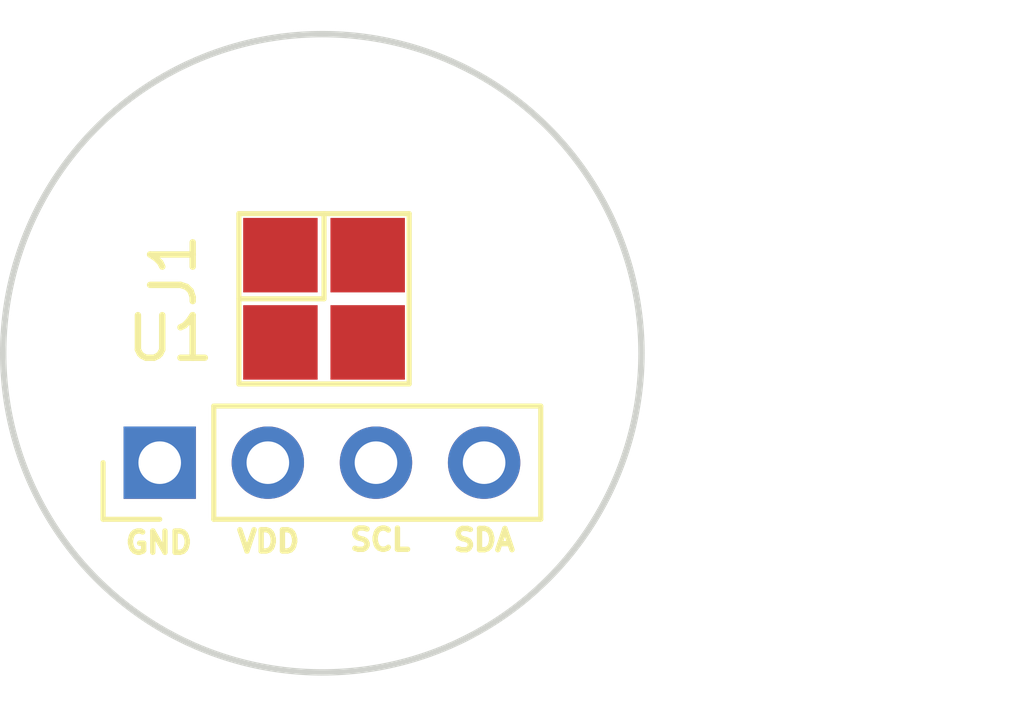
<source format=kicad_pcb>
(kicad_pcb (version 20171130) (host pcbnew "(5.1.12)-1")

  (general
    (thickness 1.6)
    (drawings 1)
    (tracks 0)
    (zones 0)
    (modules 2)
    (nets 5)
  )

  (page A4)
  (layers
    (0 F.Cu signal)
    (31 B.Cu signal)
    (32 B.Adhes user)
    (33 F.Adhes user)
    (34 B.Paste user)
    (35 F.Paste user)
    (36 B.SilkS user)
    (37 F.SilkS user)
    (38 B.Mask user)
    (39 F.Mask user)
    (40 Dwgs.User user)
    (41 Cmts.User user)
    (42 Eco1.User user)
    (43 Eco2.User user)
    (44 Edge.Cuts user)
    (45 Margin user)
    (46 B.CrtYd user)
    (47 F.CrtYd user)
    (48 B.Fab user)
    (49 F.Fab user)
  )

  (setup
    (last_trace_width 0.25)
    (trace_clearance 0.2)
    (zone_clearance 0.508)
    (zone_45_only no)
    (trace_min 0.2)
    (via_size 0.8)
    (via_drill 0.4)
    (via_min_size 0.4)
    (via_min_drill 0.3)
    (uvia_size 0.3)
    (uvia_drill 0.1)
    (uvias_allowed no)
    (uvia_min_size 0.2)
    (uvia_min_drill 0.1)
    (edge_width 0.05)
    (segment_width 0.2)
    (pcb_text_width 0.3)
    (pcb_text_size 1.5 1.5)
    (mod_edge_width 0.12)
    (mod_text_size 1 1)
    (mod_text_width 0.15)
    (pad_size 1.7 1.7)
    (pad_drill 1)
    (pad_to_mask_clearance 0)
    (aux_axis_origin 0 0)
    (visible_elements 7FFFFFFF)
    (pcbplotparams
      (layerselection 0x010fc_ffffffff)
      (usegerberextensions false)
      (usegerberattributes true)
      (usegerberadvancedattributes true)
      (creategerberjobfile true)
      (excludeedgelayer true)
      (linewidth 0.100000)
      (plotframeref false)
      (viasonmask false)
      (mode 1)
      (useauxorigin false)
      (hpglpennumber 1)
      (hpglpenspeed 20)
      (hpglpendiameter 15.000000)
      (psnegative false)
      (psa4output false)
      (plotreference true)
      (plotvalue true)
      (plotinvisibletext false)
      (padsonsilk false)
      (subtractmaskfromsilk false)
      (outputformat 1)
      (mirror false)
      (drillshape 0)
      (scaleselection 1)
      (outputdirectory "plots/"))
  )

  (net 0 "")
  (net 1 "Net-(J1-Pad1)")
  (net 2 "Net-(J1-Pad2)")
  (net 3 "Net-(J1-Pad3)")
  (net 4 "Net-(J1-Pad4)")

  (net_class Default "This is the default net class."
    (clearance 0.2)
    (trace_width 0.25)
    (via_dia 0.8)
    (via_drill 0.4)
    (uvia_dia 0.3)
    (uvia_drill 0.1)
    (add_net "Net-(J1-Pad1)")
    (add_net "Net-(J1-Pad2)")
    (add_net "Net-(J1-Pad3)")
    (add_net "Net-(J1-Pad4)")
  )

  (module Connector_PinHeader_2.54mm:PinHeader_1x04_P2.54mm_Vertical (layer F.Cu) (tedit 59FED5CC) (tstamp 630F92E3)
    (at 148.14 105.85 90)
    (descr "Through hole straight pin header, 1x04, 2.54mm pitch, single row")
    (tags "Through hole pin header THT 1x04 2.54mm single row")
    (path /6308E638)
    (fp_text reference J1 (at 4.51 0.32 90) (layer F.SilkS)
      (effects (font (size 1 1) (thickness 0.15)))
    )
    (fp_text value Conn_01x04_Female (at 2.02 14.19 90) (layer F.Fab)
      (effects (font (size 1 1) (thickness 0.15)))
    )
    (fp_line (start 1.8 -1.8) (end -1.8 -1.8) (layer F.CrtYd) (width 0.05))
    (fp_line (start 1.8 9.4) (end 1.8 -1.8) (layer F.CrtYd) (width 0.05))
    (fp_line (start -1.8 9.4) (end 1.8 9.4) (layer F.CrtYd) (width 0.05))
    (fp_line (start -1.8 -1.8) (end -1.8 9.4) (layer F.CrtYd) (width 0.05))
    (fp_line (start -1.33 -1.33) (end 0 -1.33) (layer F.SilkS) (width 0.12))
    (fp_line (start -1.33 0) (end -1.33 -1.33) (layer F.SilkS) (width 0.12))
    (fp_line (start -1.33 1.27) (end 1.33 1.27) (layer F.SilkS) (width 0.12))
    (fp_line (start 1.33 1.27) (end 1.33 8.95) (layer F.SilkS) (width 0.12))
    (fp_line (start -1.33 1.27) (end -1.33 8.95) (layer F.SilkS) (width 0.12))
    (fp_line (start -1.33 8.95) (end 1.33 8.95) (layer F.SilkS) (width 0.12))
    (fp_line (start -1.27 -0.635) (end -0.635 -1.27) (layer F.Fab) (width 0.1))
    (fp_line (start -1.27 8.89) (end -1.27 -0.635) (layer F.Fab) (width 0.1))
    (fp_line (start 1.27 8.89) (end -1.27 8.89) (layer F.Fab) (width 0.1))
    (fp_line (start 1.27 -1.27) (end 1.27 8.89) (layer F.Fab) (width 0.1))
    (fp_line (start -0.635 -1.27) (end 1.27 -1.27) (layer F.Fab) (width 0.1))
    (fp_text user %R (at 0 3.81) (layer F.Fab)
      (effects (font (size 1 1) (thickness 0.15)))
    )
    (pad 1 thru_hole rect (at 0 0 90) (size 1.7 1.7) (drill 1) (layers *.Cu *.Mask)
      (net 1 "Net-(J1-Pad1)"))
    (pad 2 thru_hole oval (at 0 2.54 90) (size 1.7 1.7) (drill 1) (layers *.Cu *.Mask)
      (net 2 "Net-(J1-Pad2)"))
    (pad 3 thru_hole oval (at 0 5.08 90) (size 1.7 1.7) (drill 1) (layers *.Cu *.Mask)
      (net 3 "Net-(J1-Pad3)"))
    (pad 4 thru_hole oval (at 0 7.62 90) (size 1.7 1.7) (drill 1) (layers *.Cu *.Mask)
      (net 4 "Net-(J1-Pad4)"))
    (model ${KISYS3DMOD}/Connector_PinHeader_2.54mm.3dshapes/PinHeader_1x04_P2.54mm_Vertical.wrl
      (at (xyz 0 0 0))
      (scale (xyz 1 1 1))
      (rotate (xyz 0 0 0))
    )
  )

  (module udswb:ms5840-02BA (layer F.Cu) (tedit 630F2FBF) (tstamp 630F92F5)
    (at 150 100)
    (path /6308D83D)
    (fp_text reference U1 (at -1.61 2.93) (layer F.SilkS)
      (effects (font (size 1 1) (thickness 0.15)))
    )
    (fp_text value MS5840-02BA (at 12.88 -4.17) (layer F.Fab)
      (effects (font (size 1 1) (thickness 0.15)))
    )
    (fp_line (start 0 0) (end 4 0) (layer F.SilkS) (width 0.12))
    (fp_line (start 4 0) (end 4 4) (layer F.SilkS) (width 0.12))
    (fp_line (start 4 4) (end 0 4) (layer F.SilkS) (width 0.12))
    (fp_line (start 0 4) (end 0 0) (layer F.SilkS) (width 0.12))
    (fp_line (start 2 2) (end 0 2) (layer F.SilkS) (width 0.12))
    (fp_line (start 2 0) (end 2 2) (layer F.SilkS) (width 0.12))
    (fp_text user SDA (at 5.76 7.67) (layer F.SilkS)
      (effects (font (size 0.5 0.5) (thickness 0.125)))
    )
    (fp_text user GND (at -1.88 7.73) (layer F.SilkS)
      (effects (font (size 0.5 0.5) (thickness 0.125)))
    )
    (fp_text user VDD (at 0.69 7.7) (layer F.SilkS)
      (effects (font (size 0.5 0.5) (thickness 0.125)))
    )
    (fp_text user SCL (at 3.32 7.66) (layer F.SilkS)
      (effects (font (size 0.5 0.5) (thickness 0.125)))
    )
    (pad 1 smd custom (at 0.975 0.975) (size 1.75 1.75) (layers F.Cu F.Paste F.Mask)
      (net 1 "Net-(J1-Pad1)") (zone_connect 0)
      (options (clearance outline) (anchor rect))
      (primitives
      ))
    (pad 4 smd custom (at 3.025 0.975) (size 1.75 1.75) (layers F.Cu F.Paste F.Mask)
      (net 4 "Net-(J1-Pad4)") (zone_connect 0)
      (options (clearance outline) (anchor rect))
      (primitives
      ))
    (pad 3 smd custom (at 3.025 3.025) (size 1.75 1.75) (layers F.Cu F.Paste F.Mask)
      (net 3 "Net-(J1-Pad3)") (zone_connect 0)
      (options (clearance outline) (anchor rect))
      (primitives
      ))
    (pad 2 smd custom (at 0.975 3.025) (size 1.75 1.75) (layers F.Cu F.Paste F.Mask)
      (net 2 "Net-(J1-Pad2)") (zone_connect 0)
      (options (clearance outline) (anchor rect))
      (primitives
      ))
  )

  (gr_circle (center 151.96 103.28) (end 159.456666 103.28) (layer Edge.Cuts) (width 0.15))

)

</source>
